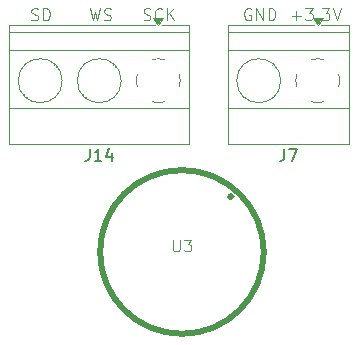
<source format=gbr>
%TF.GenerationSoftware,KiCad,Pcbnew,9.0.0*%
%TF.CreationDate,2025-03-24T14:24:08-05:00*%
%TF.ProjectId,DIIN-proyecto,4449494e-2d70-4726-9f79-6563746f2e6b,rev?*%
%TF.SameCoordinates,Original*%
%TF.FileFunction,Legend,Top*%
%TF.FilePolarity,Positive*%
%FSLAX46Y46*%
G04 Gerber Fmt 4.6, Leading zero omitted, Abs format (unit mm)*
G04 Created by KiCad (PCBNEW 9.0.0) date 2025-03-24 14:24:08*
%MOMM*%
%LPD*%
G01*
G04 APERTURE LIST*
%ADD10C,0.100000*%
%ADD11C,0.150000*%
%ADD12C,0.500000*%
%ADD13C,0.319258*%
%ADD14C,0.120000*%
G04 APERTURE END LIST*
D10*
X119256265Y-48824800D02*
X119399122Y-48872419D01*
X119399122Y-48872419D02*
X119637217Y-48872419D01*
X119637217Y-48872419D02*
X119732455Y-48824800D01*
X119732455Y-48824800D02*
X119780074Y-48777180D01*
X119780074Y-48777180D02*
X119827693Y-48681942D01*
X119827693Y-48681942D02*
X119827693Y-48586704D01*
X119827693Y-48586704D02*
X119780074Y-48491466D01*
X119780074Y-48491466D02*
X119732455Y-48443847D01*
X119732455Y-48443847D02*
X119637217Y-48396228D01*
X119637217Y-48396228D02*
X119446741Y-48348609D01*
X119446741Y-48348609D02*
X119351503Y-48300990D01*
X119351503Y-48300990D02*
X119303884Y-48253371D01*
X119303884Y-48253371D02*
X119256265Y-48158133D01*
X119256265Y-48158133D02*
X119256265Y-48062895D01*
X119256265Y-48062895D02*
X119303884Y-47967657D01*
X119303884Y-47967657D02*
X119351503Y-47920038D01*
X119351503Y-47920038D02*
X119446741Y-47872419D01*
X119446741Y-47872419D02*
X119684836Y-47872419D01*
X119684836Y-47872419D02*
X119827693Y-47920038D01*
X120256265Y-48872419D02*
X120256265Y-47872419D01*
X120256265Y-47872419D02*
X120494360Y-47872419D01*
X120494360Y-47872419D02*
X120637217Y-47920038D01*
X120637217Y-47920038D02*
X120732455Y-48015276D01*
X120732455Y-48015276D02*
X120780074Y-48110514D01*
X120780074Y-48110514D02*
X120827693Y-48300990D01*
X120827693Y-48300990D02*
X120827693Y-48443847D01*
X120827693Y-48443847D02*
X120780074Y-48634323D01*
X120780074Y-48634323D02*
X120732455Y-48729561D01*
X120732455Y-48729561D02*
X120637217Y-48824800D01*
X120637217Y-48824800D02*
X120494360Y-48872419D01*
X120494360Y-48872419D02*
X120256265Y-48872419D01*
X124208646Y-47872419D02*
X124446741Y-48872419D01*
X124446741Y-48872419D02*
X124637217Y-48158133D01*
X124637217Y-48158133D02*
X124827693Y-48872419D01*
X124827693Y-48872419D02*
X125065789Y-47872419D01*
X125399122Y-48824800D02*
X125541979Y-48872419D01*
X125541979Y-48872419D02*
X125780074Y-48872419D01*
X125780074Y-48872419D02*
X125875312Y-48824800D01*
X125875312Y-48824800D02*
X125922931Y-48777180D01*
X125922931Y-48777180D02*
X125970550Y-48681942D01*
X125970550Y-48681942D02*
X125970550Y-48586704D01*
X125970550Y-48586704D02*
X125922931Y-48491466D01*
X125922931Y-48491466D02*
X125875312Y-48443847D01*
X125875312Y-48443847D02*
X125780074Y-48396228D01*
X125780074Y-48396228D02*
X125589598Y-48348609D01*
X125589598Y-48348609D02*
X125494360Y-48300990D01*
X125494360Y-48300990D02*
X125446741Y-48253371D01*
X125446741Y-48253371D02*
X125399122Y-48158133D01*
X125399122Y-48158133D02*
X125399122Y-48062895D01*
X125399122Y-48062895D02*
X125446741Y-47967657D01*
X125446741Y-47967657D02*
X125494360Y-47920038D01*
X125494360Y-47920038D02*
X125589598Y-47872419D01*
X125589598Y-47872419D02*
X125827693Y-47872419D01*
X125827693Y-47872419D02*
X125970550Y-47920038D01*
X128756265Y-48824800D02*
X128899122Y-48872419D01*
X128899122Y-48872419D02*
X129137217Y-48872419D01*
X129137217Y-48872419D02*
X129232455Y-48824800D01*
X129232455Y-48824800D02*
X129280074Y-48777180D01*
X129280074Y-48777180D02*
X129327693Y-48681942D01*
X129327693Y-48681942D02*
X129327693Y-48586704D01*
X129327693Y-48586704D02*
X129280074Y-48491466D01*
X129280074Y-48491466D02*
X129232455Y-48443847D01*
X129232455Y-48443847D02*
X129137217Y-48396228D01*
X129137217Y-48396228D02*
X128946741Y-48348609D01*
X128946741Y-48348609D02*
X128851503Y-48300990D01*
X128851503Y-48300990D02*
X128803884Y-48253371D01*
X128803884Y-48253371D02*
X128756265Y-48158133D01*
X128756265Y-48158133D02*
X128756265Y-48062895D01*
X128756265Y-48062895D02*
X128803884Y-47967657D01*
X128803884Y-47967657D02*
X128851503Y-47920038D01*
X128851503Y-47920038D02*
X128946741Y-47872419D01*
X128946741Y-47872419D02*
X129184836Y-47872419D01*
X129184836Y-47872419D02*
X129327693Y-47920038D01*
X130327693Y-48777180D02*
X130280074Y-48824800D01*
X130280074Y-48824800D02*
X130137217Y-48872419D01*
X130137217Y-48872419D02*
X130041979Y-48872419D01*
X130041979Y-48872419D02*
X129899122Y-48824800D01*
X129899122Y-48824800D02*
X129803884Y-48729561D01*
X129803884Y-48729561D02*
X129756265Y-48634323D01*
X129756265Y-48634323D02*
X129708646Y-48443847D01*
X129708646Y-48443847D02*
X129708646Y-48300990D01*
X129708646Y-48300990D02*
X129756265Y-48110514D01*
X129756265Y-48110514D02*
X129803884Y-48015276D01*
X129803884Y-48015276D02*
X129899122Y-47920038D01*
X129899122Y-47920038D02*
X130041979Y-47872419D01*
X130041979Y-47872419D02*
X130137217Y-47872419D01*
X130137217Y-47872419D02*
X130280074Y-47920038D01*
X130280074Y-47920038D02*
X130327693Y-47967657D01*
X130756265Y-48872419D02*
X130756265Y-47872419D01*
X131327693Y-48872419D02*
X130899122Y-48300990D01*
X131327693Y-47872419D02*
X130756265Y-48443847D01*
X137827693Y-47920038D02*
X137732455Y-47872419D01*
X137732455Y-47872419D02*
X137589598Y-47872419D01*
X137589598Y-47872419D02*
X137446741Y-47920038D01*
X137446741Y-47920038D02*
X137351503Y-48015276D01*
X137351503Y-48015276D02*
X137303884Y-48110514D01*
X137303884Y-48110514D02*
X137256265Y-48300990D01*
X137256265Y-48300990D02*
X137256265Y-48443847D01*
X137256265Y-48443847D02*
X137303884Y-48634323D01*
X137303884Y-48634323D02*
X137351503Y-48729561D01*
X137351503Y-48729561D02*
X137446741Y-48824800D01*
X137446741Y-48824800D02*
X137589598Y-48872419D01*
X137589598Y-48872419D02*
X137684836Y-48872419D01*
X137684836Y-48872419D02*
X137827693Y-48824800D01*
X137827693Y-48824800D02*
X137875312Y-48777180D01*
X137875312Y-48777180D02*
X137875312Y-48443847D01*
X137875312Y-48443847D02*
X137684836Y-48443847D01*
X138303884Y-48872419D02*
X138303884Y-47872419D01*
X138303884Y-47872419D02*
X138875312Y-48872419D01*
X138875312Y-48872419D02*
X138875312Y-47872419D01*
X139351503Y-48872419D02*
X139351503Y-47872419D01*
X139351503Y-47872419D02*
X139589598Y-47872419D01*
X139589598Y-47872419D02*
X139732455Y-47920038D01*
X139732455Y-47920038D02*
X139827693Y-48015276D01*
X139827693Y-48015276D02*
X139875312Y-48110514D01*
X139875312Y-48110514D02*
X139922931Y-48300990D01*
X139922931Y-48300990D02*
X139922931Y-48443847D01*
X139922931Y-48443847D02*
X139875312Y-48634323D01*
X139875312Y-48634323D02*
X139827693Y-48729561D01*
X139827693Y-48729561D02*
X139732455Y-48824800D01*
X139732455Y-48824800D02*
X139589598Y-48872419D01*
X139589598Y-48872419D02*
X139351503Y-48872419D01*
X141303884Y-48491466D02*
X142065789Y-48491466D01*
X141684836Y-48872419D02*
X141684836Y-48110514D01*
X142446741Y-47872419D02*
X143065788Y-47872419D01*
X143065788Y-47872419D02*
X142732455Y-48253371D01*
X142732455Y-48253371D02*
X142875312Y-48253371D01*
X142875312Y-48253371D02*
X142970550Y-48300990D01*
X142970550Y-48300990D02*
X143018169Y-48348609D01*
X143018169Y-48348609D02*
X143065788Y-48443847D01*
X143065788Y-48443847D02*
X143065788Y-48681942D01*
X143065788Y-48681942D02*
X143018169Y-48777180D01*
X143018169Y-48777180D02*
X142970550Y-48824800D01*
X142970550Y-48824800D02*
X142875312Y-48872419D01*
X142875312Y-48872419D02*
X142589598Y-48872419D01*
X142589598Y-48872419D02*
X142494360Y-48824800D01*
X142494360Y-48824800D02*
X142446741Y-48777180D01*
X143494360Y-48777180D02*
X143541979Y-48824800D01*
X143541979Y-48824800D02*
X143494360Y-48872419D01*
X143494360Y-48872419D02*
X143446741Y-48824800D01*
X143446741Y-48824800D02*
X143494360Y-48777180D01*
X143494360Y-48777180D02*
X143494360Y-48872419D01*
X143875312Y-47872419D02*
X144494359Y-47872419D01*
X144494359Y-47872419D02*
X144161026Y-48253371D01*
X144161026Y-48253371D02*
X144303883Y-48253371D01*
X144303883Y-48253371D02*
X144399121Y-48300990D01*
X144399121Y-48300990D02*
X144446740Y-48348609D01*
X144446740Y-48348609D02*
X144494359Y-48443847D01*
X144494359Y-48443847D02*
X144494359Y-48681942D01*
X144494359Y-48681942D02*
X144446740Y-48777180D01*
X144446740Y-48777180D02*
X144399121Y-48824800D01*
X144399121Y-48824800D02*
X144303883Y-48872419D01*
X144303883Y-48872419D02*
X144018169Y-48872419D01*
X144018169Y-48872419D02*
X143922931Y-48824800D01*
X143922931Y-48824800D02*
X143875312Y-48777180D01*
X144780074Y-47872419D02*
X145113407Y-48872419D01*
X145113407Y-48872419D02*
X145446740Y-47872419D01*
X131238095Y-67457419D02*
X131238095Y-68266942D01*
X131238095Y-68266942D02*
X131285714Y-68362180D01*
X131285714Y-68362180D02*
X131333333Y-68409800D01*
X131333333Y-68409800D02*
X131428571Y-68457419D01*
X131428571Y-68457419D02*
X131619047Y-68457419D01*
X131619047Y-68457419D02*
X131714285Y-68409800D01*
X131714285Y-68409800D02*
X131761904Y-68362180D01*
X131761904Y-68362180D02*
X131809523Y-68266942D01*
X131809523Y-68266942D02*
X131809523Y-67457419D01*
X132190476Y-67457419D02*
X132809523Y-67457419D01*
X132809523Y-67457419D02*
X132476190Y-67838371D01*
X132476190Y-67838371D02*
X132619047Y-67838371D01*
X132619047Y-67838371D02*
X132714285Y-67885990D01*
X132714285Y-67885990D02*
X132761904Y-67933609D01*
X132761904Y-67933609D02*
X132809523Y-68028847D01*
X132809523Y-68028847D02*
X132809523Y-68266942D01*
X132809523Y-68266942D02*
X132761904Y-68362180D01*
X132761904Y-68362180D02*
X132714285Y-68409800D01*
X132714285Y-68409800D02*
X132619047Y-68457419D01*
X132619047Y-68457419D02*
X132333333Y-68457419D01*
X132333333Y-68457419D02*
X132238095Y-68409800D01*
X132238095Y-68409800D02*
X132190476Y-68362180D01*
D11*
X124190476Y-59774819D02*
X124190476Y-60489104D01*
X124190476Y-60489104D02*
X124142857Y-60631961D01*
X124142857Y-60631961D02*
X124047619Y-60727200D01*
X124047619Y-60727200D02*
X123904762Y-60774819D01*
X123904762Y-60774819D02*
X123809524Y-60774819D01*
X125190476Y-60774819D02*
X124619048Y-60774819D01*
X124904762Y-60774819D02*
X124904762Y-59774819D01*
X124904762Y-59774819D02*
X124809524Y-59917676D01*
X124809524Y-59917676D02*
X124714286Y-60012914D01*
X124714286Y-60012914D02*
X124619048Y-60060533D01*
X126047619Y-60108152D02*
X126047619Y-60774819D01*
X125809524Y-59727200D02*
X125571429Y-60441485D01*
X125571429Y-60441485D02*
X126190476Y-60441485D01*
X140666666Y-59774819D02*
X140666666Y-60489104D01*
X140666666Y-60489104D02*
X140619047Y-60631961D01*
X140619047Y-60631961D02*
X140523809Y-60727200D01*
X140523809Y-60727200D02*
X140380952Y-60774819D01*
X140380952Y-60774819D02*
X140285714Y-60774819D01*
X141047619Y-59774819D02*
X141714285Y-59774819D01*
X141714285Y-59774819D02*
X141285714Y-60774819D01*
D12*
%TO.C,U3*%
X138930000Y-68500000D02*
G75*
G02*
X125070000Y-68500000I-6930000J0D01*
G01*
X125070000Y-68500000D02*
G75*
G02*
X138930000Y-68500000I6930000J0D01*
G01*
D13*
X136299629Y-63810000D02*
G75*
G02*
X135980371Y-63810000I-159629J0D01*
G01*
X135980371Y-63810000D02*
G75*
G02*
X136299629Y-63810000I159629J0D01*
G01*
D14*
%TO.C,J14*%
X132620000Y-59320000D02*
X132620000Y-49280000D01*
X132620000Y-59320000D02*
X117380000Y-59320000D01*
X132620000Y-56300000D02*
X117380000Y-56300000D01*
X132620000Y-51400000D02*
X117380000Y-51400000D01*
X132620000Y-49900000D02*
X117380000Y-49900000D01*
X132620000Y-49280000D02*
X130300000Y-49280000D01*
X129700000Y-49280000D02*
X117380000Y-49280000D01*
X126367000Y-52860000D02*
X126411000Y-52817000D01*
X126140000Y-52633000D02*
X126184000Y-52590000D01*
X123816000Y-55411000D02*
X123860000Y-55367000D01*
X123589000Y-55184000D02*
X123633000Y-55140000D01*
X121367000Y-52860000D02*
X121411000Y-52817000D01*
X121140000Y-52633000D02*
X121184000Y-52590000D01*
X118816000Y-55411000D02*
X118860000Y-55367000D01*
X118589000Y-55184000D02*
X118633000Y-55140000D01*
X117380000Y-59320000D02*
X117380000Y-49280000D01*
X131780000Y-53460000D02*
G75*
G02*
X131780206Y-54539321I-1780000J-540000D01*
G01*
X130540000Y-55780000D02*
G75*
G02*
X129460679Y-55780206I-540000J1780000D01*
G01*
X129460000Y-52220000D02*
G75*
G02*
X130539321Y-52219794I540000J-1780013D01*
G01*
X128220000Y-54540000D02*
G75*
G02*
X128219794Y-53460679I1780013J540000D01*
G01*
X126860000Y-54000000D02*
G75*
G02*
X123140000Y-54000000I-1860000J0D01*
G01*
X123140000Y-54000000D02*
G75*
G02*
X126860000Y-54000000I1860000J0D01*
G01*
X121860000Y-54000000D02*
G75*
G02*
X118140000Y-54000000I-1860000J0D01*
G01*
X118140000Y-54000000D02*
G75*
G02*
X121860000Y-54000000I1860000J0D01*
G01*
X130000000Y-49280000D02*
X129560000Y-48670000D01*
X130440000Y-48670000D01*
X130000000Y-49280000D01*
G36*
X130000000Y-49280000D02*
G01*
X129560000Y-48670000D01*
X130440000Y-48670000D01*
X130000000Y-49280000D01*
G37*
%TO.C,J7*%
X146120000Y-59320000D02*
X146120000Y-49280000D01*
X146120000Y-59320000D02*
X135880000Y-59320000D01*
X146120000Y-56300000D02*
X135880000Y-56300000D01*
X146120000Y-51400000D02*
X135880000Y-51400000D01*
X146120000Y-49900000D02*
X135880000Y-49900000D01*
X146120000Y-49280000D02*
X143800000Y-49280000D01*
X143200000Y-49280000D02*
X135880000Y-49280000D01*
X139867000Y-52860000D02*
X139911000Y-52817000D01*
X139640000Y-52633000D02*
X139684000Y-52590000D01*
X137316000Y-55411000D02*
X137360000Y-55367000D01*
X137089000Y-55184000D02*
X137133000Y-55140000D01*
X135880000Y-59320000D02*
X135880000Y-49280000D01*
X145280000Y-53460000D02*
G75*
G02*
X145280206Y-54539321I-1780000J-540000D01*
G01*
X144040000Y-55780000D02*
G75*
G02*
X142960679Y-55780206I-540000J1780000D01*
G01*
X142960000Y-52220000D02*
G75*
G02*
X144039321Y-52219794I540000J-1780013D01*
G01*
X141720000Y-54540000D02*
G75*
G02*
X141719794Y-53460679I1780013J540000D01*
G01*
X140360000Y-54000000D02*
G75*
G02*
X136640000Y-54000000I-1860000J0D01*
G01*
X136640000Y-54000000D02*
G75*
G02*
X140360000Y-54000000I1860000J0D01*
G01*
X143500000Y-49280000D02*
X143060000Y-48670000D01*
X143940000Y-48670000D01*
X143500000Y-49280000D01*
G36*
X143500000Y-49280000D02*
G01*
X143060000Y-48670000D01*
X143940000Y-48670000D01*
X143500000Y-49280000D01*
G37*
%TD*%
M02*

</source>
